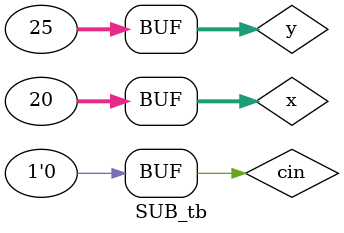
<source format=v>


`timescale 1ns / 1ps
module SUB(
	input wire [31:0] Ra,
	input wire [31:0] Rb,
	input wire cin,
	
	output wire [31:0] sum,
	output wire cout
	);
	
	wire [31:0] temp; 
	NEGATE_32bit neg_op(.Ra(Rb),.Rz(temp));
	ADD_32bit add_op(.Ra(Ra), .Rb(temp),.cin(cin),.sum(sum),.cout(cout));
	
endmodule



//Testbench
module SUB_tb;
	reg [31:0] x,y;
	reg cin;
	wire signed [31:0] z;
	wire cout;
	 
	initial begin
	  x=0; y=0; cin=0;
	  #10 x=32'd1; 	y=32'd1;  	cin=1'd0;		//sum = 0, 		cout = 0
	  #10 x=32'd235; 	y=32'd35;	cin=1'd0;		//sum = 2, 		cout = 0
	  #10 x=32'd20;	y=32'd25; 	cin=1'd0;		//sum = -5, 	cout = 0	
//	  #10 x=32'd999; 	y=32'd; 	cin=1'd0; 		//sum = 1000,	cout = 0
	end
	
	
	SUB sub_op(.Ra(x), .Rb(y),.cin(cin),.sum(z),.cout(cout));
	
	initial
	  $monitor( "X=%d, Y=%d, Cin= %d, Z=%d, Cout=%d", x,y,cin,z,cout);

endmodule


</source>
